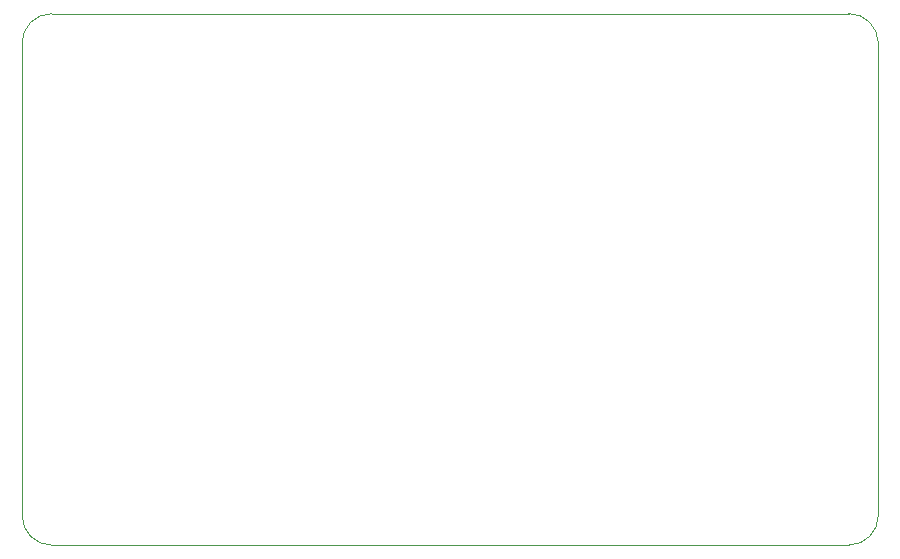
<source format=gbr>
%TF.GenerationSoftware,KiCad,Pcbnew,(6.0.2)*%
%TF.CreationDate,2023-05-20T08:16:15+01:00*%
%TF.ProjectId,Main Board,4d61696e-2042-46f6-9172-642e6b696361,rev?*%
%TF.SameCoordinates,Original*%
%TF.FileFunction,Profile,NP*%
%FSLAX46Y46*%
G04 Gerber Fmt 4.6, Leading zero omitted, Abs format (unit mm)*
G04 Created by KiCad (PCBNEW (6.0.2)) date 2023-05-20 08:16:15*
%MOMM*%
%LPD*%
G01*
G04 APERTURE LIST*
%TA.AperFunction,Profile*%
%ADD10C,0.100000*%
%TD*%
G04 APERTURE END LIST*
D10*
X186152233Y-73167233D02*
X186152233Y-113167233D01*
X116152233Y-70667233D02*
G75*
G03*
X113652233Y-73167233I0J-2500000D01*
G01*
X113652233Y-73167233D02*
X113652233Y-113167233D01*
X116152233Y-115667233D02*
X183652233Y-115667233D01*
X183652233Y-70667233D02*
X116152233Y-70667233D01*
X183652233Y-115667233D02*
G75*
G03*
X186152233Y-113167233I0J2500000D01*
G01*
X113652233Y-113167233D02*
G75*
G03*
X116152233Y-115667233I2500000J0D01*
G01*
X186152233Y-73167233D02*
G75*
G03*
X183652233Y-70667233I-2500000J0D01*
G01*
M02*

</source>
